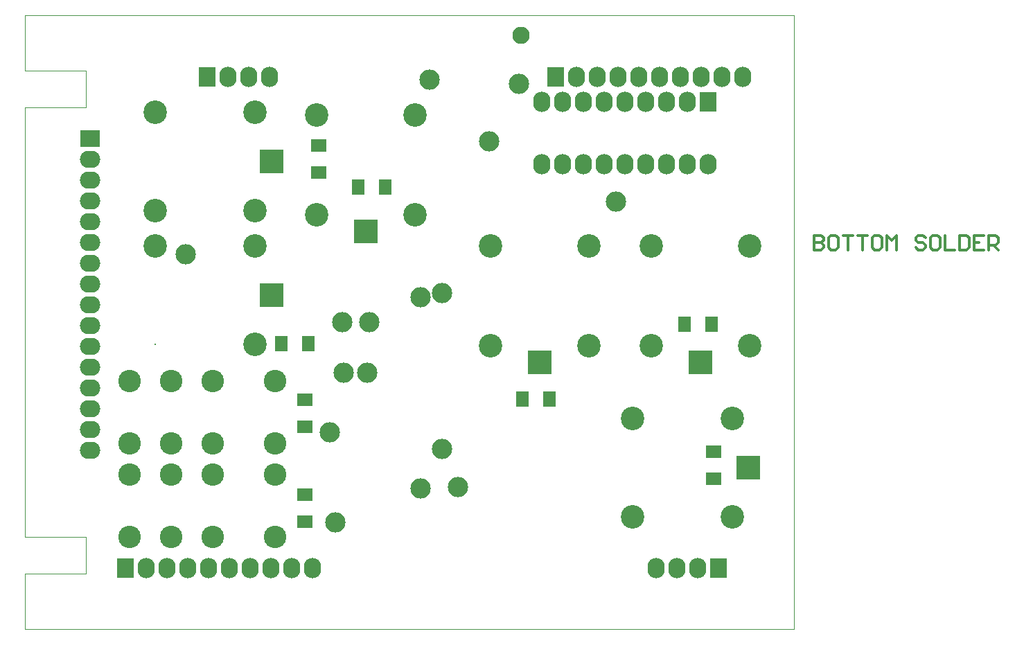
<source format=gbs>
%FSLAX25Y25*%
%MOIN*%
G70*
G01*
G75*
G04 Layer_Color=16711935*
%ADD10C,0.03200*%
%ADD11C,0.02400*%
%ADD12R,0.06693X0.06693*%
%ADD13R,0.06693X0.06693*%
%ADD14C,0.00400*%
%ADD15C,0.01200*%
%ADD16R,0.07500X0.09000*%
%ADD17O,0.07500X0.09000*%
%ADD18O,0.07500X0.09000*%
%ADD19R,0.07500X0.09000*%
%ADD20O,0.09000X0.07500*%
%ADD21R,0.09000X0.07500*%
%ADD22R,0.10500X0.10500*%
%ADD23C,0.10500*%
%ADD24R,0.10500X0.10500*%
%ADD25C,0.10000*%
%ADD26C,0.09000*%
%ADD27C,0.07500*%
%ADD28C,0.06000*%
%ADD29C,0.04000*%
%ADD30R,0.06693X0.05118*%
%ADD31R,0.05118X0.06693*%
%ADD32C,0.01400*%
%ADD33C,0.00600*%
%ADD34C,0.00800*%
%ADD35C,0.00787*%
%ADD36C,0.01600*%
%ADD37C,0.01000*%
%ADD38R,0.07493X0.07493*%
%ADD39R,0.07493X0.07493*%
%ADD40R,0.08300X0.09800*%
%ADD41O,0.08300X0.09800*%
%ADD42O,0.08300X0.09800*%
%ADD43R,0.08300X0.09800*%
%ADD44O,0.09800X0.08300*%
%ADD45R,0.09800X0.08300*%
%ADD46R,0.11300X0.11300*%
%ADD47C,0.11300*%
%ADD48C,0.00800*%
%ADD49R,0.11300X0.11300*%
%ADD50C,0.10800*%
%ADD51C,0.09800*%
%ADD52C,0.08300*%
%ADD53R,0.07493X0.05918*%
%ADD54R,0.05918X0.07493*%
D14*
X393701Y393701D02*
Y420276D01*
X423228D01*
Y437992D01*
X393701D02*
X423228D01*
X393701D02*
Y644685D01*
X423228D01*
Y662402D01*
X393701D02*
X423228D01*
X393701D02*
Y688976D01*
X393701Y688976D01*
X763779D01*
X763779Y688976D01*
Y393701D02*
Y688976D01*
X393701Y393701D02*
X763779D01*
D15*
X773404Y583271D02*
Y576273D01*
X776903D01*
X778069Y577439D01*
Y578606D01*
X776903Y579772D01*
X773404D01*
X776903D01*
X778069Y580938D01*
Y582105D01*
X776903Y583271D01*
X773404D01*
X783901D02*
X781568D01*
X780402Y582105D01*
Y577439D01*
X781568Y576273D01*
X783901D01*
X785067Y577439D01*
Y582105D01*
X783901Y583271D01*
X787399D02*
X792065D01*
X789732D01*
Y576273D01*
X794397Y583271D02*
X799062D01*
X796730D01*
Y576273D01*
X804894Y583271D02*
X802561D01*
X801395Y582105D01*
Y577439D01*
X802561Y576273D01*
X804894D01*
X806060Y577439D01*
Y582105D01*
X804894Y583271D01*
X808393Y576273D02*
Y583271D01*
X810725Y580938D01*
X813058Y583271D01*
Y576273D01*
X827053Y582105D02*
X825887Y583271D01*
X823554D01*
X822388Y582105D01*
Y580938D01*
X823554Y579772D01*
X825887D01*
X827053Y578606D01*
Y577439D01*
X825887Y576273D01*
X823554D01*
X822388Y577439D01*
X832885Y583271D02*
X830552D01*
X829386Y582105D01*
Y577439D01*
X830552Y576273D01*
X832885D01*
X834051Y577439D01*
Y582105D01*
X832885Y583271D01*
X836384D02*
Y576273D01*
X841049D01*
X843381Y583271D02*
Y576273D01*
X846880D01*
X848046Y577439D01*
Y582105D01*
X846880Y583271D01*
X843381D01*
X855044D02*
X850379D01*
Y576273D01*
X855044D01*
X850379Y579772D02*
X852712D01*
X857377Y576273D02*
Y583271D01*
X860876D01*
X862042Y582105D01*
Y579772D01*
X860876Y578606D01*
X857377D01*
X859709D02*
X862042Y576273D01*
D40*
X722500Y647500D02*
D03*
D41*
X712500D02*
D03*
X702500D02*
D03*
X692500D02*
D03*
X682500D02*
D03*
X672500D02*
D03*
X662500D02*
D03*
X652500D02*
D03*
X642500D02*
D03*
X722500Y617500D02*
D03*
X712500D02*
D03*
X702500D02*
D03*
X692500D02*
D03*
X682500D02*
D03*
X672500D02*
D03*
X662500D02*
D03*
X652500D02*
D03*
X642500D02*
D03*
D42*
X511339Y659449D02*
D03*
X501339D02*
D03*
X491339D02*
D03*
X697323Y423228D02*
D03*
X707323D02*
D03*
X717323D02*
D03*
X658976Y659449D02*
D03*
X678976D02*
D03*
X688976D02*
D03*
X698976D02*
D03*
X708976D02*
D03*
X718976D02*
D03*
X728976D02*
D03*
X738976D02*
D03*
X668976D02*
D03*
X452205Y423228D02*
D03*
X472205D02*
D03*
X482205D02*
D03*
X492205D02*
D03*
X502205D02*
D03*
X512205D02*
D03*
X522205D02*
D03*
X532205D02*
D03*
X462205D02*
D03*
D43*
X481339Y659449D02*
D03*
X727323Y423228D02*
D03*
X648976Y659449D02*
D03*
X442205Y423228D02*
D03*
D44*
X425197Y479921D02*
D03*
Y489921D02*
D03*
Y499921D02*
D03*
Y509921D02*
D03*
Y519921D02*
D03*
Y529921D02*
D03*
Y539921D02*
D03*
Y549921D02*
D03*
Y559921D02*
D03*
Y569921D02*
D03*
Y579921D02*
D03*
Y589921D02*
D03*
Y599921D02*
D03*
Y609921D02*
D03*
Y619921D02*
D03*
D45*
Y629921D02*
D03*
D46*
X741874Y471378D02*
D03*
X512374Y618878D02*
D03*
Y554378D02*
D03*
D47*
X734000Y495000D02*
D03*
Y447756D02*
D03*
X685968D02*
D03*
Y495000D02*
D03*
X456468Y642500D02*
D03*
Y595256D02*
D03*
X504500D02*
D03*
Y642500D02*
D03*
X456468Y578000D02*
D03*
X504500Y530756D02*
D03*
Y578000D02*
D03*
X742500Y578031D02*
D03*
X695256D02*
D03*
Y530000D02*
D03*
X742500D02*
D03*
X581500Y593000D02*
D03*
X534256D02*
D03*
Y641032D02*
D03*
X581500D02*
D03*
X665000Y578031D02*
D03*
X617756D02*
D03*
Y530000D02*
D03*
X665000D02*
D03*
D48*
X456468Y530756D02*
D03*
D49*
X718878Y522126D02*
D03*
X557878Y585126D02*
D03*
X641378Y522126D02*
D03*
D50*
X444000Y468000D02*
D03*
Y438000D02*
D03*
X464000D02*
D03*
Y468000D02*
D03*
X484000D02*
D03*
Y438000D02*
D03*
X514000Y468000D02*
D03*
Y438000D02*
D03*
X444000Y513000D02*
D03*
Y483000D02*
D03*
X464000D02*
D03*
Y513000D02*
D03*
X484000D02*
D03*
Y483000D02*
D03*
X514000Y513000D02*
D03*
Y483000D02*
D03*
D51*
X543000Y445000D02*
D03*
X540500Y488500D02*
D03*
X559500Y541500D02*
D03*
X558500Y517000D02*
D03*
X471000Y574000D02*
D03*
X602000Y462000D02*
D03*
X584000Y461500D02*
D03*
Y553500D02*
D03*
X617000Y628500D02*
D03*
X588500Y658000D02*
D03*
X678000Y599500D02*
D03*
X594500Y555500D02*
D03*
X547000Y517000D02*
D03*
X546500Y541500D02*
D03*
X594500Y480500D02*
D03*
X631500Y656000D02*
D03*
D52*
X632500Y679500D02*
D03*
D53*
X528500Y445504D02*
D03*
Y458496D02*
D03*
Y491004D02*
D03*
Y503996D02*
D03*
X535000Y626496D02*
D03*
Y613504D02*
D03*
X725000Y478996D02*
D03*
Y466004D02*
D03*
D54*
X633004Y504500D02*
D03*
X645996D02*
D03*
X566996Y606500D02*
D03*
X554004D02*
D03*
X517004Y531000D02*
D03*
X529996D02*
D03*
X723996Y540500D02*
D03*
X711004D02*
D03*
M02*

</source>
